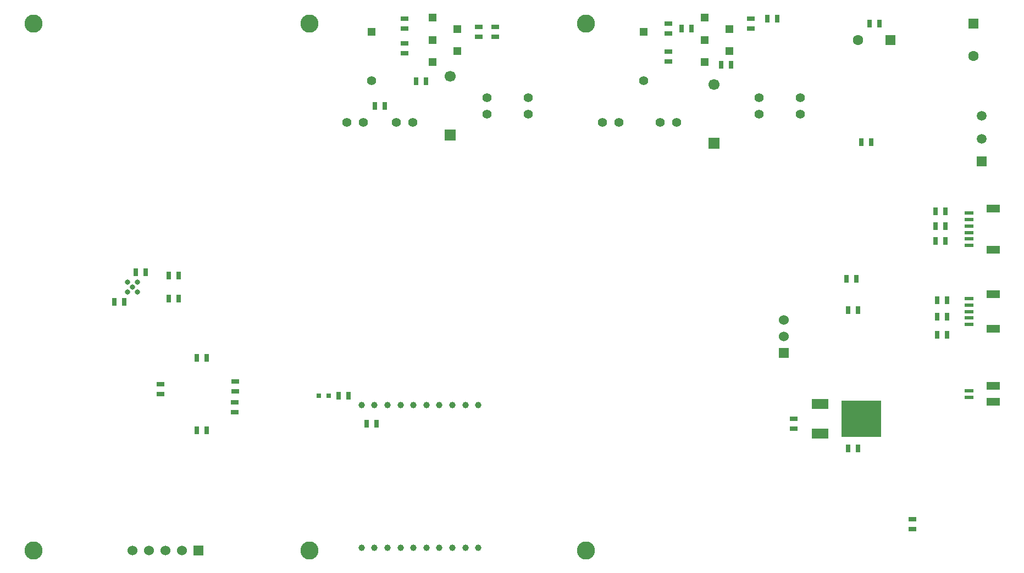
<source format=gbs>
G04 (created by PCBNEW (2013-05-31 BZR 4019)-stable) date 6/4/2013 8:20:18 PM*
%MOIN*%
G04 Gerber Fmt 3.4, Leading zero omitted, Abs format*
%FSLAX34Y34*%
G01*
G70*
G90*
G04 APERTURE LIST*
%ADD10C,0.00590551*%
%ADD11R,0.0590551X0.0590551*%
%ADD12C,0.0590551*%
%ADD13R,0.0531496X0.023622*%
%ADD14R,0.0787402X0.0472441*%
%ADD15R,0.025X0.045*%
%ADD16R,0.045X0.025*%
%ADD17C,0.0315*%
%ADD18R,0.06X0.06*%
%ADD19C,0.06*%
%ADD20C,0.055*%
%ADD21C,0.11*%
%ADD22R,0.0511811X0.0511811*%
%ADD23C,0.0551181*%
%ADD24R,0.0669291X0.0669291*%
%ADD25C,0.0669291*%
%ADD26C,0.0393701*%
%ADD27R,0.0629921X0.0629921*%
%ADD28C,0.0629921*%
%ADD29R,0.243X0.224*%
%ADD30R,0.1X0.06*%
%ADD31R,0.0314X0.0314*%
G04 APERTURE END LIST*
G54D10*
G54D11*
X98500Y-49377D03*
G54D12*
X98500Y-48000D03*
X98500Y-46622D03*
G54D13*
X97751Y-54090D03*
X97751Y-53696D03*
X97751Y-52515D03*
X97751Y-52909D03*
G54D14*
X99208Y-54759D03*
X99208Y-52240D03*
G54D13*
X97751Y-53303D03*
X97751Y-54484D03*
G54D15*
X85500Y-40700D03*
X86100Y-40700D03*
G54D16*
X84500Y-41300D03*
X84500Y-40700D03*
X68000Y-41800D03*
X68000Y-41200D03*
X63500Y-40700D03*
X63500Y-41300D03*
X63500Y-42200D03*
X63500Y-42800D03*
G54D15*
X80900Y-41300D03*
X80300Y-41300D03*
G54D17*
X47000Y-57000D03*
X47300Y-56700D03*
X46700Y-56700D03*
X47300Y-57300D03*
X46700Y-57300D03*
G54D18*
X51000Y-73000D03*
G54D19*
X50000Y-73000D03*
X49000Y-73000D03*
X48000Y-73000D03*
X47000Y-73000D03*
G54D18*
X86500Y-61000D03*
G54D19*
X86500Y-60000D03*
X86500Y-59000D03*
G54D20*
X85000Y-45500D03*
X85000Y-46500D03*
X87500Y-45500D03*
X87500Y-46500D03*
X75500Y-47000D03*
X76500Y-47000D03*
X64000Y-47000D03*
X63000Y-47000D03*
X68500Y-45500D03*
X68500Y-46500D03*
X79000Y-47000D03*
X80000Y-47000D03*
X61000Y-47000D03*
X60000Y-47000D03*
X71000Y-45500D03*
X71000Y-46500D03*
G54D13*
X97751Y-59287D03*
X97751Y-58893D03*
X97751Y-57712D03*
X97751Y-58106D03*
G54D14*
X99208Y-59562D03*
X99208Y-57437D03*
G54D13*
X97751Y-58500D03*
G54D21*
X57750Y-41000D03*
X74500Y-41000D03*
X74500Y-73000D03*
X57750Y-73000D03*
X41000Y-41000D03*
X41000Y-73000D03*
G54D22*
X78000Y-41523D03*
G54D23*
X78000Y-44476D03*
G54D22*
X61500Y-41523D03*
G54D23*
X61500Y-44476D03*
G54D22*
X81716Y-40661D03*
X81716Y-42000D03*
X81716Y-43338D03*
X83212Y-41330D03*
X83212Y-42669D03*
X65216Y-40661D03*
X65216Y-42000D03*
X65216Y-43338D03*
X66712Y-41330D03*
X66712Y-42669D03*
G54D24*
X82287Y-48271D03*
G54D25*
X82287Y-44728D03*
G54D24*
X66287Y-47771D03*
G54D25*
X66287Y-44228D03*
G54D26*
X60893Y-64169D03*
X61681Y-64169D03*
X62468Y-64169D03*
X63255Y-64169D03*
X64043Y-64169D03*
X64830Y-64169D03*
X65618Y-64169D03*
X66405Y-64169D03*
X67192Y-64169D03*
X67980Y-64169D03*
X67980Y-72830D03*
X67192Y-72830D03*
X66405Y-72830D03*
X65618Y-72830D03*
X64830Y-72830D03*
X64043Y-72830D03*
X63255Y-72830D03*
X62468Y-72830D03*
X61681Y-72830D03*
X60893Y-72830D03*
G54D27*
X92984Y-42000D03*
G54D28*
X91015Y-42000D03*
G54D27*
X98000Y-41015D03*
G54D28*
X98000Y-42984D03*
G54D15*
X95800Y-57800D03*
X96400Y-57800D03*
X95800Y-58800D03*
X96400Y-58800D03*
X95800Y-59900D03*
X96400Y-59900D03*
X95700Y-54200D03*
X96300Y-54200D03*
X95700Y-53300D03*
X96300Y-53300D03*
X95700Y-52400D03*
X96300Y-52400D03*
X61700Y-46000D03*
X62300Y-46000D03*
X90300Y-56500D03*
X90900Y-56500D03*
X64800Y-44500D03*
X64200Y-44500D03*
X82700Y-43500D03*
X83300Y-43500D03*
G54D16*
X79500Y-41000D03*
X79500Y-41600D03*
G54D15*
X91700Y-41000D03*
X92300Y-41000D03*
G54D16*
X69000Y-41200D03*
X69000Y-41800D03*
X79500Y-43300D03*
X79500Y-42700D03*
G54D13*
X97751Y-63303D03*
X97751Y-63696D03*
G54D14*
X99208Y-63972D03*
X99208Y-63027D03*
G54D29*
X91200Y-65000D03*
G54D30*
X88700Y-65900D03*
X88700Y-64100D03*
G54D16*
X94300Y-71700D03*
X94300Y-71100D03*
G54D15*
X91000Y-58400D03*
X90400Y-58400D03*
X47200Y-56100D03*
X47800Y-56100D03*
X45900Y-57900D03*
X46500Y-57900D03*
X49200Y-57700D03*
X49800Y-57700D03*
X49800Y-56300D03*
X49200Y-56300D03*
X91200Y-48200D03*
X91800Y-48200D03*
X51500Y-65700D03*
X50900Y-65700D03*
X61200Y-65300D03*
X61800Y-65300D03*
G54D16*
X53200Y-64600D03*
X53200Y-64000D03*
G54D15*
X51500Y-61300D03*
X50900Y-61300D03*
G54D16*
X53229Y-62740D03*
X53229Y-63340D03*
X48700Y-62900D03*
X48700Y-63500D03*
X87100Y-65600D03*
X87100Y-65000D03*
G54D15*
X91000Y-66800D03*
X90400Y-66800D03*
G54D31*
X58895Y-63600D03*
X58305Y-63600D03*
G54D15*
X60100Y-63600D03*
X59500Y-63600D03*
M02*

</source>
